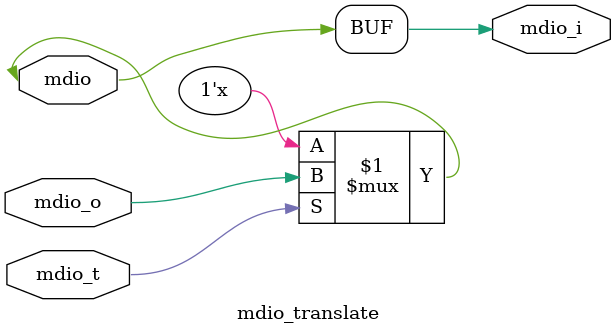
<source format=v>
module mdio_translate(
    output mdio_i,
    input  mdio_o,
    input  mdio_t,
    inout  mdio
);

assign mdio_i = mdio;
assign mdio = mdio_t ? mdio_o : 1'bz;

endmodule
</source>
